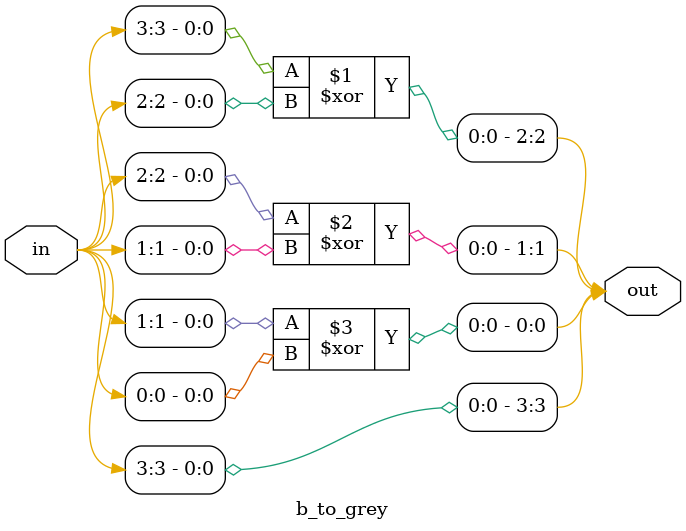
<source format=v>
module b_to_grey(input wire [3:0]in ,output wire [3:0]out);

assign out[3] = in[3];
assign out[2] = in[3]^in[2];
assign out[1] = in[2]^in[1];
assign out[0] = in[1]^in[0];

endmodule

</source>
